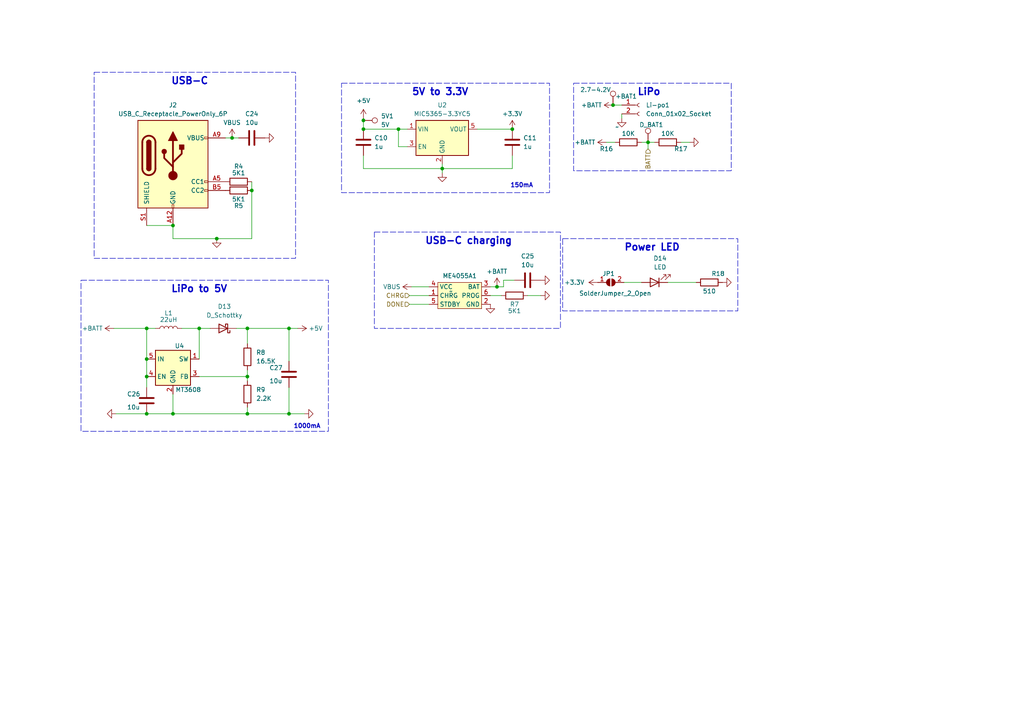
<source format=kicad_sch>
(kicad_sch (version 20231120) (generator "eeschema") (generator_version "8.0")
  (paper "A4")
  (lib_symbols
    (symbol "Connector:Conn_01x02_Socket" (pin_names (offset 1.016) hide)
      (property "Reference" "J" (at 0 2.54 0))
      (property "Value" "Conn_01x02_Socket" (at 0 -5.08 0))
      (symbol "Conn_01x02_Socket_1_1"
        (arc (start 0 -2.032) (mid -0.5058 -2.54) (end 0 -3.048) (stroke (width 0.1524)))
        (polyline (pts (xy -1.27 -2.54) (xy -0.508 -2.54)) (stroke (width 0.1524)))
        (polyline (pts (xy -1.27 0) (xy -0.508 0)) (stroke (width 0.1524)))
        (arc (start 0 0.508) (mid -0.5058 0) (end 0 -0.508) (stroke (width 0.1524)))
        (pin passive line (at -5.08 0 0) (length 3.81) (name "Pin_1") (number "1"))
        (pin passive line (at -5.08 -2.54 0) (length 3.81) (name "Pin_2") (number "2"))
      )
    )
    (symbol "Connector:TestPoint" (pin_numbers hide) (pin_names (offset 0.762) hide)
      (property "Reference" "TP" (at 0 6.858 0))
      (property "Value" "TestPoint" (at 0 5.08 0))
      (symbol "TestPoint_0_1"
        (circle (center 0 3.302) (radius 0.762))
      )
      (symbol "TestPoint_1_1"
        (pin passive line (at 0 0 90) (length 2.54) (name "1") (number "1"))
      )
    )
    (symbol "Connector:USB_C_Receptacle_PowerOnly_6P" (pin_names (offset 1.016))
      (property "Reference" "J" (at 0 16.51 0))
      (property "Value" "USB_C_Receptacle_PowerOnly_6P" (at 0 13.97 0))
      (symbol "USB_C_Receptacle_PowerOnly_6P_0_0"
        (rectangle (start -0.254 -12.7) (end 0.254 -11.684))
        (rectangle (start 10.16 -7.366) (end 9.144 -7.874))
        (rectangle (start 10.16 -4.826) (end 9.144 -5.334))
        (rectangle (start 10.16 7.874) (end 9.144 7.366))
      )
      (symbol "USB_C_Receptacle_PowerOnly_6P_0_1"
        (rectangle (start -10.16 12.7) (end 10.16 -12.7) (stroke (width 0.254)) (fill (type background)))
        (arc (start -8.89 -1.27) (mid -6.985 -3.1667) (end -5.08 -1.27) (stroke (width 0.508)))
        (arc (start -7.62 -1.27) (mid -6.985 -1.9023) (end -6.35 -1.27) (stroke (width 0.254)))
        (arc (start -7.62 -1.27) (mid -6.985 -1.9023) (end -6.35 -1.27) (stroke (width 0.254)) (fill (type outline)))
        (rectangle (start -7.62 -1.27) (end -6.35 6.35) (stroke (width 0.254)) (fill (type outline)))
        (arc (start -6.35 6.35) (mid -6.985 6.9823) (end -7.62 6.35) (stroke (width 0.254)))
        (arc (start -6.35 6.35) (mid -6.985 6.9823) (end -7.62 6.35) (stroke (width 0.254)) (fill (type outline)))
        (arc (start -5.08 6.35) (mid -6.985 8.2467) (end -8.89 6.35) (stroke (width 0.508)))
        (circle (center -2.54 3.683) (radius 0.635) (stroke (width 0.254)) (fill (type outline)))
        (circle (center 0 -3.302) (radius 1.27) (fill (type outline)))
        (polyline (pts (xy -8.89 -1.27) (xy -8.89 6.35)) (stroke (width 0.508)))
        (polyline (pts (xy -5.08 6.35) (xy -5.08 -1.27)) (stroke (width 0.508)))
        (polyline (pts (xy 0 -3.302) (xy 0 6.858)) (stroke (width 0.508)))
        (polyline (pts (xy 0 -0.762) (xy -2.54 1.778) (xy -2.54 3.048)) (stroke (width 0.508)))
        (polyline (pts (xy 0 0.508) (xy 2.54 3.048) (xy 2.54 4.318)) (stroke (width 0.508)))
        (polyline (pts (xy -1.27 6.858) (xy 0 9.398) (xy 1.27 6.858) (xy -1.27 6.858)) (stroke (width 0.254)) (fill (type outline)))
        (rectangle (start 1.905 4.318) (end 3.175 5.588) (stroke (width 0.254)) (fill (type outline)))
      )
      (symbol "USB_C_Receptacle_PowerOnly_6P_1_1"
        (pin passive line (at 0 -17.78 90) (length 5.08) (name "GND") (number "A12"))
        (pin bidirectional line (at 15.24 -5.08 180) (length 5.08) (name "CC1") (number "A5"))
        (pin passive line (at 15.24 7.62 180) (length 5.08) (name "VBUS") (number "A9"))
        (pin passive line (at 0 -17.78 90) (length 5.08) hide (name "GND") (number "B12"))
        (pin bidirectional line (at 15.24 -7.62 180) (length 5.08) (name "CC2") (number "B5"))
        (pin passive line (at 15.24 7.62 180) (length 5.08) hide (name "VBUS") (number "B9"))
        (pin passive line (at -7.62 -17.78 90) (length 5.08) (name "SHIELD") (number "S1"))
      )
    )
    (symbol "Device:C" (pin_numbers hide) (pin_names (offset 0.254))
      (property "Reference" "C" (at 0.635 2.54 0))
      (property "Value" "C" (at 0.635 -2.54 0))
      (symbol "C_0_1"
        (polyline (pts (xy -2.032 -0.762) (xy 2.032 -0.762)) (stroke (width 0.508)))
        (polyline (pts (xy -2.032 0.762) (xy 2.032 0.762)) (stroke (width 0.508)))
      )
      (symbol "C_1_1"
        (pin passive line (at 0 3.81 270) (length 2.794) (name "~") (number "1"))
        (pin passive line (at 0 -3.81 90) (length 2.794) (name "~") (number "2"))
      )
    )
    (symbol "Device:D_Schottky" (pin_numbers hide) (pin_names (offset 1.016) hide)
      (property "Reference" "D" (at 0 2.54 0))
      (property "Value" "D_Schottky" (at 0 -2.54 0))
      (symbol "D_Schottky_0_1"
        (polyline (pts (xy 1.27 0) (xy -1.27 0)))
        (polyline (pts (xy 1.27 1.27) (xy 1.27 -1.27) (xy -1.27 0) (xy 1.27 1.27)) (stroke (width 0.254)))
        (polyline (pts (xy -1.905 0.635) (xy -1.905 1.27) (xy -1.27 1.27) (xy -1.27 -1.27) (xy -0.635 -1.27) (xy -0.635 -0.635)) (stroke (width 0.254)))
      )
      (symbol "D_Schottky_1_1"
        (pin passive line (at -3.81 0 0) (length 2.54) (name "K") (number "1"))
        (pin passive line (at 3.81 0 180) (length 2.54) (name "A") (number "2"))
      )
    )
    (symbol "Device:L" (pin_numbers hide) (pin_names (offset 1.016) hide)
      (property "Reference" "L" (at -1.27 0 90))
      (property "Value" "L" (at 1.905 0 90))
      (symbol "L_0_1"
        (arc (start 0 -2.54) (mid 0.6323 -1.905) (end 0 -1.27))
        (arc (start 0 -1.27) (mid 0.6323 -0.635) (end 0 0))
        (arc (start 0 0) (mid 0.6323 0.635) (end 0 1.27))
        (arc (start 0 1.27) (mid 0.6323 1.905) (end 0 2.54))
      )
      (symbol "L_1_1"
        (pin passive line (at 0 3.81 270) (length 1.27) (name "1") (number "1"))
        (pin passive line (at 0 -3.81 90) (length 1.27) (name "2") (number "2"))
      )
    )
    (symbol "Device:LED" (pin_numbers hide) (pin_names (offset 1.016) hide)
      (property "Reference" "D" (at 0 2.54 0))
      (property "Value" "LED" (at 0 -2.54 0))
      (symbol "LED_0_1"
        (polyline (pts (xy -1.27 -1.27) (xy -1.27 1.27)) (stroke (width 0.254)))
        (polyline (pts (xy -1.27 0) (xy 1.27 0)))
        (polyline (pts (xy 1.27 -1.27) (xy 1.27 1.27) (xy -1.27 0) (xy 1.27 -1.27)) (stroke (width 0.254)))
        (polyline (pts (xy -3.048 -0.762) (xy -4.572 -2.286) (xy -3.81 -2.286) (xy -4.572 -2.286) (xy -4.572 -1.524)))
        (polyline (pts (xy -1.778 -0.762) (xy -3.302 -2.286) (xy -2.54 -2.286) (xy -3.302 -2.286) (xy -3.302 -1.524)))
      )
      (symbol "LED_1_1"
        (pin passive line (at -3.81 0 0) (length 2.54) (name "K") (number "1"))
        (pin passive line (at 3.81 0 180) (length 2.54) (name "A") (number "2"))
      )
    )
    (symbol "Device:R" (pin_numbers hide) (pin_names (offset 0))
      (property "Reference" "R" (at 2.032 0 90))
      (property "Value" "R" (at 0 0 90))
      (symbol "R_0_1"
        (rectangle (start -1.016 -2.54) (end 1.016 2.54) (stroke (width 0.254)))
      )
      (symbol "R_1_1"
        (pin passive line (at 0 3.81 270) (length 1.27) (name "~") (number "1"))
        (pin passive line (at 0 -3.81 90) (length 1.27) (name "~") (number "2"))
      )
    )
    (symbol "Jumper:SolderJumper_2_Open" (pin_names (offset 0) hide)
      (property "Reference" "JP" (at 0 2.032 0))
      (property "Value" "SolderJumper_2_Open" (at 0 -2.54 0))
      (symbol "SolderJumper_2_Open_0_1"
        (arc (start -0.254 1.016) (mid -1.2656 0) (end -0.254 -1.016))
        (arc (start -0.254 1.016) (mid -1.2656 0) (end -0.254 -1.016) (fill (type outline)))
        (polyline (pts (xy -0.254 1.016) (xy -0.254 -1.016)))
        (polyline (pts (xy 0.254 1.016) (xy 0.254 -1.016)))
        (arc (start 0.254 -1.016) (mid 1.2656 0) (end 0.254 1.016))
        (arc (start 0.254 -1.016) (mid 1.2656 0) (end 0.254 1.016) (fill (type outline)))
      )
      (symbol "SolderJumper_2_Open_1_1"
        (pin passive line (at -3.81 0 0) (length 2.54) (name "A") (number "1"))
        (pin passive line (at 3.81 0 180) (length 2.54) (name "B") (number "2"))
      )
    )
    (symbol "Power:ME4055AM6G"
      (property "Reference" "ME4055A" (at 0 3.81 0))
      (symbol "ME4055AM6G_1_1"
        (rectangle (start -6.35 2.54) (end 6.35 -5.08) (fill (type background)))
        (pin input line (at -8.89 -1.27 0) (length 2.54) (name "CHRG") (number "1"))
        (pin input line (at 8.89 -3.81 180) (length 2.54) (name "GND") (number "2"))
        (pin input line (at 8.89 1.27 180) (length 2.54) (name "BAT") (number "3"))
        (pin input line (at -8.89 1.27 0) (length 2.54) (name "VCC") (number "4"))
        (pin input line (at -8.89 -3.81 0) (length 2.54) (name "STDBY") (number "5"))
        (pin input line (at 8.89 -1.27 180) (length 2.54) (name "PROG") (number "6"))
      )
    )
    (symbol "Regulator_Linear:MIC5365-3.3YC5"
      (property "Reference" "U" (at -6.35 6.35 0))
      (property "Value" "MIC5365-3.3YC5" (at 0 6.35 0))
      (symbol "MIC5365-3.3YC5_0_1"
        (rectangle (start -7.62 -5.08) (end 7.62 5.08) (stroke (width 0.254)) (fill (type background)))
      )
      (symbol "MIC5365-3.3YC5_1_1"
        (pin power_in line (at -10.16 2.54 0) (length 2.54) (name "VIN") (number "1"))
        (pin power_in line (at 0 -7.62 90) (length 2.54) (name "GND") (number "2"))
        (pin input line (at -10.16 -2.54 0) (length 2.54) (name "EN") (number "3"))
        (pin no_connect line (at 7.62 -2.54 180) (length 2.54) hide (name "NC") (number "4"))
        (pin power_out line (at 10.16 2.54 180) (length 2.54) (name "VOUT") (number "5"))
      )
    )
    (symbol "Regulator_Switching:MT3608"
      (property "Reference" "U" (at -2.54 8.89 0))
      (property "Value" "MT3608" (at -3.81 6.35 0))
      (symbol "MT3608_0_1"
        (rectangle (start -5.08 5.08) (end 5.08 -5.08) (stroke (width 0.254)) (fill (type background)))
      )
      (symbol "MT3608_1_1"
        (pin passive line (at 7.62 2.54 180) (length 2.54) (name "SW") (number "1"))
        (pin power_in line (at 0 -7.62 90) (length 2.54) (name "GND") (number "2"))
        (pin input line (at 7.62 -2.54 180) (length 2.54) (name "FB") (number "3"))
        (pin input line (at -7.62 -2.54 0) (length 2.54) (name "EN") (number "4"))
        (pin power_in line (at -7.62 2.54 0) (length 2.54) (name "IN") (number "5"))
        (pin no_connect line (at 5.08 0 180) (length 2.54) hide (name "NC") (number "6"))
      )
    )
    (symbol "power:+3.3V" (power) (pin_names (offset 0))
      (property "Value" "+3.3V" (at 0 3.556 0))
      (symbol "+3.3V_0_1"
        (polyline (pts (xy -0.762 1.27) (xy 0 2.54)))
        (polyline (pts (xy 0 0) (xy 0 2.54)))
        (polyline (pts (xy 0 2.54) (xy 0.762 1.27)))
      )
      (symbol "+3.3V_1_1"
        (pin power_in line (at 0 0 90) (length 0) hide (name "+3.3V") (number "1"))
      )
    )
    (symbol "power:+5V" (power) (pin_names (offset 0))
      (property "Value" "+5V" (at 0 3.556 0))
      (symbol "+5V_0_1"
        (polyline (pts (xy -0.762 1.27) (xy 0 2.54)))
        (polyline (pts (xy 0 0) (xy 0 2.54)))
        (polyline (pts (xy 0 2.54) (xy 0.762 1.27)))
      )
      (symbol "+5V_1_1"
        (pin power_in line (at 0 0 90) (length 0) hide (name "+5V") (number "1"))
      )
    )
    (symbol "power:+BATT" (power) (pin_names (offset 0))
      (property "Value" "+BATT" (at 0 3.556 0))
      (symbol "+BATT_0_1"
        (polyline (pts (xy -0.762 1.27) (xy 0 2.54)))
        (polyline (pts (xy 0 0) (xy 0 2.54)))
        (polyline (pts (xy 0 2.54) (xy 0.762 1.27)))
      )
      (symbol "+BATT_1_1"
        (pin power_in line (at 0 0 90) (length 0) hide (name "+BATT") (number "1"))
      )
    )
    (symbol "power:GND" (power) (pin_names (offset 0))
      (property "Value" "GND" (at 0 -3.81 0))
      (symbol "GND_0_1"
        (polyline (pts (xy 0 0) (xy 0 -1.27) (xy 1.27 -1.27) (xy 0 -2.54) (xy -1.27 -1.27) (xy 0 -1.27)))
      )
      (symbol "GND_1_1"
        (pin power_in line (at 0 0 270) (length 0) hide (name "GND") (number "1"))
      )
    )
    (symbol "power:VBUS" (power) (pin_names (offset 0))
      (property "Value" "VBUS" (at 0 3.81 0))
      (symbol "VBUS_0_1"
        (polyline (pts (xy -0.762 1.27) (xy 0 2.54)))
        (polyline (pts (xy 0 0) (xy 0 2.54)))
        (polyline (pts (xy 0 2.54) (xy 0.762 1.27)))
      )
      (symbol "VBUS_1_1"
        (pin power_in line (at 0 0 90) (length 0) hide (name "VBUS") (number "1"))
      )
    )
  )
  (junction (at 42.545 104.14))
  (junction (at 42.545 120.015))
  (junction (at 67.31 40.005))
  (junction (at 105.41 34.925))
  (junction (at 71.755 120.015))
  (junction (at 57.785 95.25))
  (junction (at 144.145 83.185))
  (junction (at 71.755 109.22))
  (junction (at 50.165 120.015))
  (junction (at 83.82 120.015))
  (junction (at 148.59 37.465))
  (junction (at 62.865 69.215))
  (junction (at 177.8 30.48))
  (junction (at 71.755 95.25))
  (junction (at 42.545 109.22))
  (junction (at 42.545 95.25))
  (junction (at 83.82 95.25))
  (junction (at 73.025 55.245))
  (junction (at 50.165 65.405))
  (junction (at 105.41 37.465))
  (junction (at 128.27 48.895))
  (junction (at 187.96 41.275))
  (junction (at 115.57 37.465))
  (wire (pts (xy 71.755 109.22) (xy 71.755 107.315)))
  (wire (pts (xy 153.035 85.725) (xy 156.845 85.725)))
  (wire (pts (xy 115.57 37.465) (xy 115.57 42.545)))
  (wire (pts (xy 187.96 41.275) (xy 187.96 43.18)))
  (wire (pts (xy 68.58 95.25) (xy 71.755 95.25)))
  (wire (pts (xy 118.11 42.545) (xy 115.57 42.545)))
  (wire (pts (xy 186.055 41.275) (xy 187.96 41.275)))
  (wire (pts (xy 73.025 69.215) (xy 62.865 69.215)))
  (wire (pts (xy 42.545 65.405) (xy 50.165 65.405)))
  (wire (pts (xy 186.055 81.915) (xy 180.975 81.915)))
  (wire (pts (xy 83.82 95.25) (xy 86.36 95.25)))
  (wire (pts (xy 57.785 109.22) (xy 71.755 109.22)))
  (wire (pts (xy 83.82 120.015) (xy 71.755 120.015)))
  (wire (pts (xy 83.82 112.395) (xy 83.82 120.015)))
  (wire (pts (xy 71.755 95.25) (xy 83.82 95.25)))
  (wire (pts (xy 67.31 40.005) (xy 69.215 40.005)))
  (wire (pts (xy 175.895 41.275) (xy 178.435 41.275)))
  (wire (pts (xy 52.705 95.25) (xy 57.785 95.25)))
  (wire (pts (xy 45.085 95.25) (xy 42.545 95.25)))
  (wire (pts (xy 42.545 104.14) (xy 42.545 109.22)))
  (wire (pts (xy 65.405 40.005) (xy 67.31 40.005)))
  (wire (pts (xy 105.41 37.465) (xy 115.57 37.465)))
  (wire (pts (xy 42.545 95.25) (xy 33.02 95.25)))
  (wire (pts (xy 118.745 85.725) (xy 124.46 85.725)))
  (wire (pts (xy 105.41 34.29) (xy 105.41 34.925)))
  (wire (pts (xy 105.41 34.925) (xy 105.41 37.465)))
  (wire (pts (xy 50.165 114.3) (xy 50.165 120.015)))
  (wire (pts (xy 177.8 30.48) (xy 180.34 30.48)))
  (wire (pts (xy 42.545 95.25) (xy 42.545 104.14)))
  (wire (pts (xy 149.225 81.28) (xy 146.05 81.28)))
  (wire (pts (xy 146.05 83.185) (xy 144.145 83.185)))
  (wire (pts (xy 180.34 34.29) (xy 180.34 33.02)))
  (wire (pts (xy 201.93 81.915) (xy 193.675 81.915)))
  (wire (pts (xy 128.27 48.895) (xy 128.27 50.165)))
  (wire (pts (xy 62.865 69.215) (xy 50.165 69.215)))
  (wire (pts (xy 105.41 48.895) (xy 128.27 48.895)))
  (wire (pts (xy 118.745 88.265) (xy 124.46 88.265)))
  (wire (pts (xy 119.38 83.185) (xy 124.46 83.185)))
  (wire (pts (xy 33.655 120.015) (xy 42.545 120.015)))
  (wire (pts (xy 128.27 47.625) (xy 128.27 48.895)))
  (wire (pts (xy 71.755 118.11) (xy 71.755 120.015)))
  (wire (pts (xy 50.165 120.015) (xy 71.755 120.015)))
  (wire (pts (xy 73.025 55.245) (xy 73.025 69.215)))
  (wire (pts (xy 42.545 109.22) (xy 42.545 112.395)))
  (wire (pts (xy 83.82 120.015) (xy 88.265 120.015)))
  (wire (pts (xy 197.485 41.275) (xy 200.025 41.275)))
  (wire (pts (xy 42.545 120.015) (xy 50.165 120.015)))
  (wire (pts (xy 187.96 41.275) (xy 189.865 41.275)))
  (wire (pts (xy 146.05 81.28) (xy 146.05 83.185)))
  (wire (pts (xy 71.755 109.22) (xy 71.755 110.49)))
  (wire (pts (xy 57.785 95.25) (xy 60.96 95.25)))
  (wire (pts (xy 144.145 83.185) (xy 142.24 83.185)))
  (wire (pts (xy 105.41 45.085) (xy 105.41 48.895)))
  (wire (pts (xy 115.57 37.465) (xy 118.11 37.465)))
  (wire (pts (xy 148.59 37.465) (xy 138.43 37.465)))
  (wire (pts (xy 148.59 45.085) (xy 148.59 48.895)))
  (wire (pts (xy 83.82 104.775) (xy 83.82 95.25)))
  (wire (pts (xy 142.24 85.725) (xy 145.415 85.725)))
  (wire (pts (xy 50.165 69.215) (xy 50.165 65.405)))
  (wire (pts (xy 73.025 52.705) (xy 73.025 55.245)))
  (wire (pts (xy 71.755 95.25) (xy 71.755 99.695)))
  (wire (pts (xy 57.785 104.14) (xy 57.785 95.25)))
  (wire (pts (xy 148.59 48.895) (xy 128.27 48.895)))
  (rectangle (start 23.495 81.28) (end 95.25 125.095) (stroke (width 0) (type dash)))
  (rectangle (start 166.37 24.13) (end 212.09 49.53) (stroke (width 0) (type dash)))
  (rectangle (start 163.195 69.215) (end 213.995 90.17) (stroke (width 0) (type dash)))
  (rectangle (start 108.585 67.31) (end 162.56 95.25) (stroke (width 0) (type dash)))
  (rectangle (start 27.305 20.955) (end 85.725 74.93) (stroke (width 0) (type dash)))
  (rectangle (start 99.06 24.13) (end 159.385 55.88) (stroke (width 0) (type dash)))
  (text "5V to 3.3V" (at 119.38 27.94 0) (effects (font (size 2 2) (bold yes)) (justify left bottom)))
  (text "USB-C" (at 49.53 24.765 0) (effects (font (size 2 2) (thickness 0.4) (bold yes)) (justify left bottom)))
  (text "1000mA" (at 85.09 124.46 0) (effects (font (size 1.27 1.27) (bold yes)) (justify left bottom)))
  (text "USB-C charging" (at 123.19 71.12 0) (effects (font (size 2 2) (thickness 0.4) (bold yes)) (justify left bottom)))
  (text "LiPo to 5V" (at 49.53 85.09 0) (effects (font (size 2 2) (thickness 0.4) (bold yes)) (justify left bottom)))
  (text "150mA" (at 147.955 54.61 0) (effects (font (size 1.27 1.27) (bold yes)) (justify left bottom)))
  (text "LiPo\n" (at 184.785 27.94 0) (effects (font (size 2 2) (thickness 0.4) (bold yes)) (justify left bottom)))
  (text "Power LED" (at 180.975 73.025 0) (effects (font (size 2 2) (thickness 0.4) (bold yes)) (justify left bottom)))
  (hierarchical_label "BATT" (shape input) (at 187.96 43.18 270))
  (hierarchical_label "CHRG" (shape input) (at 118.745 85.725 180))
  (hierarchical_label "DONE" (shape input) (at 118.745 88.265 180))
  (symbol (lib_id "power:+BATT") (at 33.02 95.25 90) (unit 1)
    (property "Reference" "#PWR064" (effects (hide yes)))
    (property "Value" "+BATT" (at 29.845 95.25 90) (effects (justify left)))
  )
  (symbol (lib_id "power:+5V") (at 86.36 95.25 270) (unit 1)
    (property "Reference" "#PWR065" (effects (hide yes)))
    (property "Value" "+5V" (at 89.535 95.25 90) (effects (justify left)))
  )
  (symbol (lib_id "power:GND") (at 33.655 120.015 270) (unit 1)
    (property "Reference" "#PWR063" (effects (hide yes)))
    (property "Value" "GND" (effects (hide yes)))
  )
  (symbol (lib_id "power:VBUS") (at 119.38 83.185 90) (unit 1)
    (property "Reference" "#PWR056" (effects (hide yes)))
    (property "Value" "VBUS" (at 116.205 83.185 90) (effects (justify left)))
  )
  (symbol (lib_id "Device:R") (at 149.225 85.725 90) (unit 1)
    (property "Reference" "R7" (at 149.225 88.265 90))
    (property "Value" "5K1" (at 149.225 90.17 90))
    (property "Footprint" "Resistor_SMD:R_0402_1005Metric" (effects (hide yes)))
    (property "LCSC" "C284599" (effects (hide yes)))
  )
  (symbol (lib_id "Device:R") (at 71.755 114.3 0) (unit 1)
    (property "Reference" "R9" (at 74.295 113.03 0) (effects (justify left)))
    (property "Value" "2.2K" (at 74.295 115.57 0) (effects (justify left)))
    (property "Footprint" "Resistor_SMD:R_0402_1005Metric" (effects (hide yes)))
    (property "LCSC" "C509322" (effects (hide yes)))
  )
  (symbol (lib_id "Device:C") (at 105.41 41.275 180) (unit 1)
    (property "Reference" "C10" (at 108.585 40.005 0) (effects (justify right)))
    (property "Value" "1u" (at 108.585 42.545 0) (effects (justify right)))
    (property "Footprint" "Capacitor_SMD:C_0402_1005Metric" (effects (hide yes)))
    (property "LCSC" "C412453" (effects (hide yes)))
  )
  (symbol (lib_id "Device:C") (at 42.545 116.205 0) (unit 1)
    (property "Reference" "C26" (at 36.83 114.3 0) (effects (justify left)))
    (property "Value" "10u" (at 36.83 118.11 0) (effects (justify left)))
    (property "Footprint" "Capacitor_SMD:C_0603_1608Metric" (effects (hide yes)))
    (property "LCSC" "C77040" (effects (hide yes)))
  )
  (symbol (lib_id "Device:C") (at 83.82 108.585 0) (unit 1)
    (property "Reference" "C27" (at 78.105 106.68 0) (effects (justify left)))
    (property "Value" "10u" (at 78.105 110.49 0) (effects (justify left)))
    (property "Footprint" "Capacitor_SMD:C_0603_1608Metric" (effects (hide yes)))
    (property "LCSC" "C77040" (effects (hide yes)))
  )
  (symbol (lib_id "Connector:Conn_01x02_Socket") (at 185.42 30.48 0) (unit 1)
    (property "Reference" "Li-po1" (at 187.325 30.48 0) (effects (justify left)))
    (property "Value" "Conn_01x02_Socket" (at 187.325 33.02 0) (effects (justify left)))
    (property "Footprint" "Connector_JST:JST_SUR_SM02B-SURS-TF_1x02-1MP_P0.80mm_Horizontal" (effects (hide yes)))
    (property "LCSC" "C566239" (effects (hide yes)))
  )
  (symbol (lib_id "power:GND") (at 88.265 120.015 90) (unit 1)
    (property "Reference" "#PWR066" (effects (hide yes)))
    (property "Value" "GND" (effects (hide yes)))
  )
  (symbol (lib_id "power:GND") (at 156.845 81.28 90) (unit 1)
    (property "Reference" "#PWR059" (effects (hide yes)))
    (property "Value" "GND" (effects (hide yes)))
  )
  (symbol (lib_id "Connector:TestPoint") (at 177.8 30.48 0) (unit 1)
    (property "Reference" "+BAT1" (at 178.435 27.94 0) (effects (justify left)))
    (property "Value" "2.7-4.2V" (at 168.275 26.035 0) (effects (justify left)))
    (property "Footprint" "TestPoint:TestPoint_Pad_D1.5mm" (effects (hide yes)))
  )
  (symbol (lib_id "Connector:USB_C_Receptacle_PowerOnly_6P") (at 50.165 47.625 0) (unit 1)
    (property "Reference" "J2" (at 50.165 30.48 0))
    (property "Value" "USB_C_Receptacle_PowerOnly_6P" (at 50.165 33.02 0))
    (property "Footprint" "Connector_USB:USB_C_Receptacle_GCT_USB4135-GF-A_6P_TopMnt_Horizontal" (effects (hide yes)))
    (property "Datasheet" "https://www.usb.org/sites/default/files/documents/usb_type-c.zip" (effects (hide yes)))
    (property "LCSC" "C2927283" (effects (hide yes)))
  )
  (symbol (lib_id "Device:R") (at 69.215 55.245 270) (unit 1)
    (property "Reference" "R5" (at 69.215 59.69 90))
    (property "Value" "5K1" (at 69.215 57.785 90))
    (property "Footprint" "Resistor_SMD:R_0402_1005Metric" (effects (hide yes)))
    (property "LCSC" "C25905" (effects (hide yes)))
  )
  (symbol (lib_id "power:+BATT") (at 175.895 41.275 90) (unit 1)
    (property "Reference" "#PWR075" (effects (hide yes)))
    (property "Value" "+BATT" (at 172.72 41.275 90) (effects (justify left)))
  )
  (symbol (lib_id "Device:L") (at 48.895 95.25 90) (unit 1)
    (property "Reference" "L1" (at 48.895 90.805 90))
    (property "Value" "22uH" (at 48.895 92.71 90))
    (property "Footprint" "Components:SLW3015" (effects (hide yes)))
    (property "LCSC" "C206322" (effects (hide yes)))
  )
  (symbol (lib_id "power:GND") (at 200.025 41.275 90) (unit 1)
    (property "Reference" "#PWR074" (effects (hide yes)))
    (property "Value" "GND" (effects (hide yes)))
  )
  (symbol (lib_id "power:+5V") (at 105.41 34.29 0) (unit 1)
    (property "Reference" "#PWR067" (effects (hide yes)))
    (property "Value" "+5V" (at 105.41 29.21 0))
  )
  (symbol (lib_id "power:GND") (at 62.865 69.215 0) (unit 1)
    (property "Reference" "#PWR015" (effects (hide yes)))
    (property "Value" "GND" (effects (hide yes)))
  )
  (symbol (lib_id "Jumper:SolderJumper_2_Open") (at 177.165 81.915 0) (unit 1)
    (property "Reference" "JP1" (at 176.53 79.375 0))
    (property "Value" "SolderJumper_2_Open" (at 178.435 85.09 0))
    (property "Footprint" "Jumper:SolderJumper-2_P1.3mm_Open_TrianglePad1.0x1.5mm" (effects (hide yes)))
  )
  (symbol (lib_id "power:+3.3V") (at 173.355 81.915 90) (unit 1)
    (property "Reference" "#PWR080" (effects (hide yes)))
    (property "Value" "+3.3V" (at 169.545 81.915 90) (effects (justify left)))
  )
  (symbol (lib_id "power:GND") (at 128.27 50.165 0) (unit 1)
    (property "Reference" "#PWR016" (effects (hide yes)))
    (property "Value" "GND" (effects (hide yes)))
  )
  (symbol (lib_id "Device:R") (at 205.74 81.915 90) (unit 1)
    (property "Reference" "R18" (at 208.28 79.375 90))
    (property "Value" "510" (at 205.74 84.455 90))
    (property "Footprint" "Resistor_SMD:R_0402_1005Metric" (effects (hide yes)))
    (property "LCSC" "C103085" (effects (hide yes)))
  )
  (symbol (lib_id "Device:C") (at 153.035 81.28 90) (unit 1)
    (property "Reference" "C25" (at 153.035 74.295 90))
    (property "Value" "10u" (at 153.035 76.835 90))
    (property "Footprint" "Capacitor_SMD:C_0603_1608Metric" (effects (hide yes)))
    (property "LCSC" "C77040" (effects (hide yes)))
  )
  (symbol (lib_id "Power:ME4055AM6G") (at 133.35 84.455 0) (unit 1)
    (property "Reference" "ME4055A1" (at 133.35 80.01 0))
    (property "Value" "~" (at 130.81 84.455 0))
    (property "Footprint" "Package_TO_SOT_SMD:SOT-23-6" (effects (hide yes)))
    (property "LCSC" "C610261" (effects (hide yes)))
  )
  (symbol (lib_id "power:+BATT") (at 177.8 30.48 90) (unit 1)
    (property "Reference" "#PWR062" (effects (hide yes)))
    (property "Value" "+BATT" (at 174.625 30.48 90) (effects (justify left)))
  )
  (symbol (lib_id "power:GND") (at 76.835 40.005 90) (unit 1)
    (property "Reference" "#PWR054" (effects (hide yes)))
    (property "Value" "GND" (effects (hide yes)))
  )
  (symbol (lib_id "power:+3.3V") (at 148.59 37.465 0) (unit 1)
    (property "Reference" "#PWR017" (effects (hide yes)))
    (property "Value" "+3.3V" (at 148.59 33.02 0))
  )
  (symbol (lib_id "power:GND") (at 156.845 85.725 90) (unit 1)
    (property "Reference" "#PWR061" (effects (hide yes)))
    (property "Value" "GND" (effects (hide yes)))
  )
  (symbol (lib_id "Device:D_Schottky") (at 64.77 95.25 180) (unit 1)
    (property "Reference" "D13" (at 65.0875 88.9 0))
    (property "Value" "D_Schottky" (at 65.0875 91.44 0))
    (property "Footprint" "Diode_SMD:D_SOD-523" (effects (hide yes)))
    (property "LCSC" "C145179" (effects (hide yes)))
  )
  (symbol (lib_id "power:+BATT") (at 144.145 83.185 0) (unit 1)
    (property "Reference" "#PWR058" (effects (hide yes)))
    (property "Value" "+BATT" (at 144.145 78.74 0))
  )
  (symbol (lib_id "Device:LED") (at 189.865 81.915 180) (unit 1)
    (property "Reference" "D14" (at 191.4525 74.93 0))
    (property "Value" "LED" (at 191.4525 77.47 0))
    (property "Footprint" "LED_SMD:LED_0603_1608Metric" (effects (hide yes)))
    (property "LCSC" "C84266" (effects (hide yes)))
  )
  (symbol (lib_id "Device:R") (at 182.245 41.275 90) (unit 1)
    (property "Reference" "R16" (at 175.895 43.18 90))
    (property "Value" "10K" (at 182.245 38.735 90))
    (property "Footprint" "Resistor_SMD:R_0402_1005Metric" (effects (hide yes)))
    (property "LCSC" "C308028" (effects (hide yes)))
  )
  (symbol (lib_id "Device:R") (at 193.675 41.275 90) (unit 1)
    (property "Reference" "R17" (at 197.485 43.18 90))
    (property "Value" "10K" (at 193.675 38.735 90))
    (property "Footprint" "Resistor_SMD:R_0402_1005Metric" (effects (hide yes)))
    (property "LCSC" "C308028" (effects (hide yes)))
  )
  (symbol (lib_id "power:VBUS") (at 67.31 40.005 0) (unit 1)
    (property "Reference" "#PWR055" (effects (hide yes)))
    (property "Value" "VBUS" (at 67.31 35.56 0))
  )
  (symbol (lib_id "Connector:TestPoint") (at 105.41 34.925 270) (unit 1)
    (property "Reference" "5V1" (at 110.49 33.655 90) (effects (justify left)))
    (property "Value" "5V" (at 110.49 36.195 90) (effects (justify left)))
    (property "Footprint" "TestPoint:TestPoint_Pad_D1.5mm" (effects (hide yes)))
  )
  (symbol (lib_id "Device:R") (at 71.755 103.505 0) (unit 1)
    (property "Reference" "R8" (at 74.295 102.235 0) (effects (justify left)))
    (property "Value" "16.5K" (at 74.295 104.775 0) (effects (justify left)))
    (property "Footprint" "Resistor_SMD:R_0805_2012Metric" (effects (hide yes)))
    (property "LCSC" "C104028" (effects (hide yes)))
  )
  (symbol (lib_id "Connector:TestPoint") (at 187.96 41.275 0) (unit 1)
    (property "Reference" "D_BAT1" (at 185.42 36.195 0) (effects (justify left)))
    (property "Value" "~" (at 178.435 36.83 0) (effects (justify left)))
    (property "Footprint" "TestPoint:TestPoint_Pad_D1.0mm" (effects (hide yes)))
  )
  (symbol (lib_id "Regulator_Linear:MIC5365-3.3YC5") (at 128.27 40.005 0) (unit 1)
    (property "Reference" "U2" (at 128.27 30.48 0))
    (property "Value" "MIC5365-3.3YC5" (at 128.27 33.02 0))
    (property "Footprint" "Package_TO_SOT_SMD:SOT-353_SC-70-5" (effects (hide yes)))
    (property "Datasheet" "http://ww1.microchip.com/downloads/en/DeviceDoc/mic5365.pdf" (effects (hide yes)))
    (property "LCSC" "C3021118" (effects (hide yes)))
  )
  (symbol (lib_id "power:GND") (at 180.34 34.29 0) (unit 1)
    (property "Reference" "#PWR057" (effects (hide yes)))
    (property "Value" "GND" (effects (hide yes)))
  )
  (symbol (lib_id "Device:C") (at 148.59 41.275 180) (unit 1)
    (property "Reference" "C11" (at 151.765 40.005 0) (effects (justify right)))
    (property "Value" "1u" (at 151.765 42.545 0) (effects (justify right)))
    (property "Footprint" "Capacitor_SMD:C_0402_1005Metric" (effects (hide yes)))
    (property "LCSC" "C412453" (effects (hide yes)))
  )
  (symbol (lib_id "power:GND") (at 142.24 88.265 0) (unit 1)
    (property "Reference" "#PWR060" (effects (hide yes)))
    (property "Value" "GND" (effects (hide yes)))
  )
  (symbol (lib_id "Device:R") (at 69.215 52.705 90) (unit 1)
    (property "Reference" "R4" (at 69.215 48.26 90))
    (property "Value" "5K1" (at 69.215 50.165 90))
    (property "Footprint" "Resistor_SMD:R_0402_1005Metric" (effects (hide yes)))
    (property "LCSC" "C25905" (effects (hide yes)))
  )
  (symbol (lib_id "Device:C") (at 73.025 40.005 90) (unit 1)
    (property "Reference" "C24" (at 73.025 33.02 90))
    (property "Value" "10u" (at 73.025 35.56 90))
    (property "Footprint" "Capacitor_SMD:C_0603_1608Metric" (effects (hide yes)))
    (property "LCSC" "C77040" (effects (hide yes)))
  )
  (symbol (lib_id "Regulator_Switching:MT3608") (at 50.165 106.68 0) (unit 1)
    (property "Reference" "U4" (at 52.07 100.33 0))
    (property "Value" "MT3608" (at 54.61 113.03 0))
    (property "Footprint" "Package_TO_SOT_SMD:SOT-23-6" (effects (hide yes)))
    (property "Datasheet" "https://www.olimex.com/Products/Breadboarding/BB-PWR-3608/resources/MT3608.pdf" (effects (hide yes)))
    (property "LCSC" "C84817" (effects (hide yes)))
  )
  (symbol (lib_id "power:GND") (at 209.55 81.915 90) (unit 1)
    (property "Reference" "#PWR092" (effects (hide yes)))
    (property "Value" "GND" (effects (hide yes)))
  )
)
</source>
